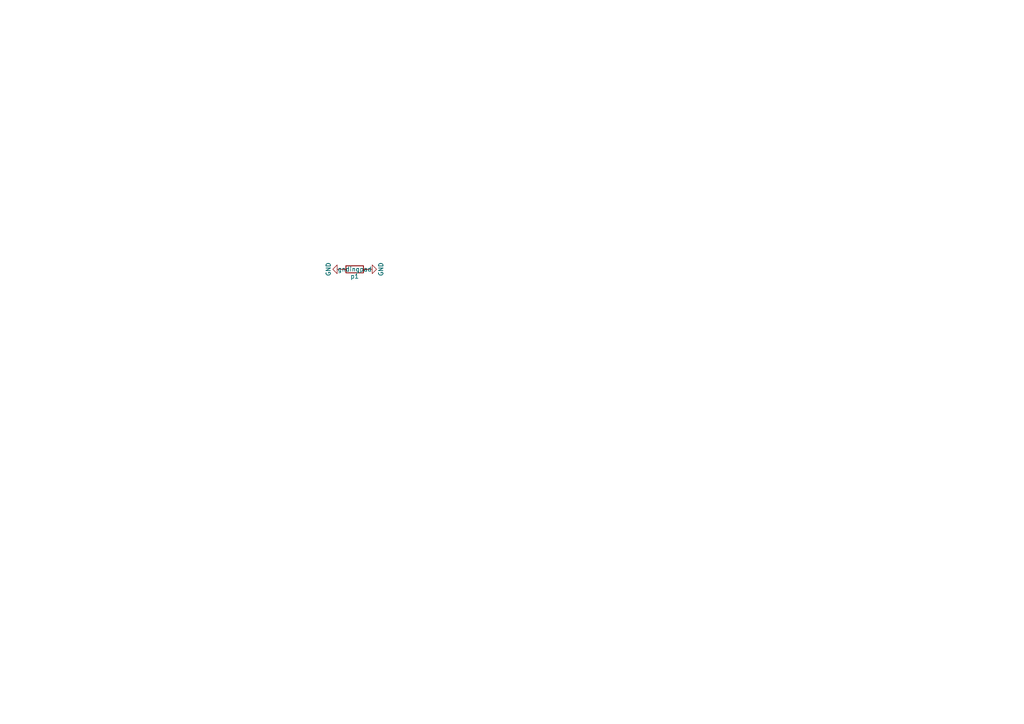
<source format=kicad_sch>
(kicad_sch (version 20230121) (generator eeschema)
  (paper "A4")
  (lib_symbols
    (symbol "Device:R" (pin_numbers hide) (pin_names (offset 0))
      (property "Reference" "R" (at 2.032 0 90))
      (property "Value" "R" (at 0 0 90))
      (symbol "R_0_1"
        (rectangle (start -1.016 -2.54) (end 1.016 2.54) (stroke (width 0.254)))
      )
      (symbol "R_1_1"
        (pin passive line (at 0 3.81 270) (length 1.27) (name "~") (number "1"))
        (pin passive line (at 0 -3.81 90) (length 1.27) (name "~") (number "2"))
      )
    )
    (symbol "power:GND" (power) (pin_names (offset 0))
      (property "Value" "GND" (at 0 -3.81 0))
      (symbol "GND_0_1"
        (polyline (pts (xy 0 0) (xy 0 -1.27) (xy 1.27 -1.27) (xy 0 -2.54) (xy -1.27 -1.27) (xy 0 -1.27)))
      )
      (symbol "GND_1_1"
        (pin power_in line (at 0 0 270) (length 0) hide (name "GND") (number "1"))
      )
    )
  )
  (symbol (lib_id "Device:R") (at 102.87 78.105 270) (unit 1)
    (property "Reference" "p1" (at 102.87 80.137 90))
    (property "Value" "gndingpad" (at 102.87 78.105 90))
    (property "Footprint" "locallib:pad" (effects hide))
  )
  (symbol (lib_id "power:GND") (at 99.06 78.105 270) (unit 1)
    (property "Reference" "#PWR01" (effects hide))
    (property "Value" "GND" (at 95.25 78.105 0))
  )
  (symbol (lib_id "power:GND") (at 106.68 78.105 90) (unit 1)
    (property "Reference" "#PWR02" (effects hide))
    (property "Value" "GND" (at 110.49 78.105 0))
  )
)
</source>
